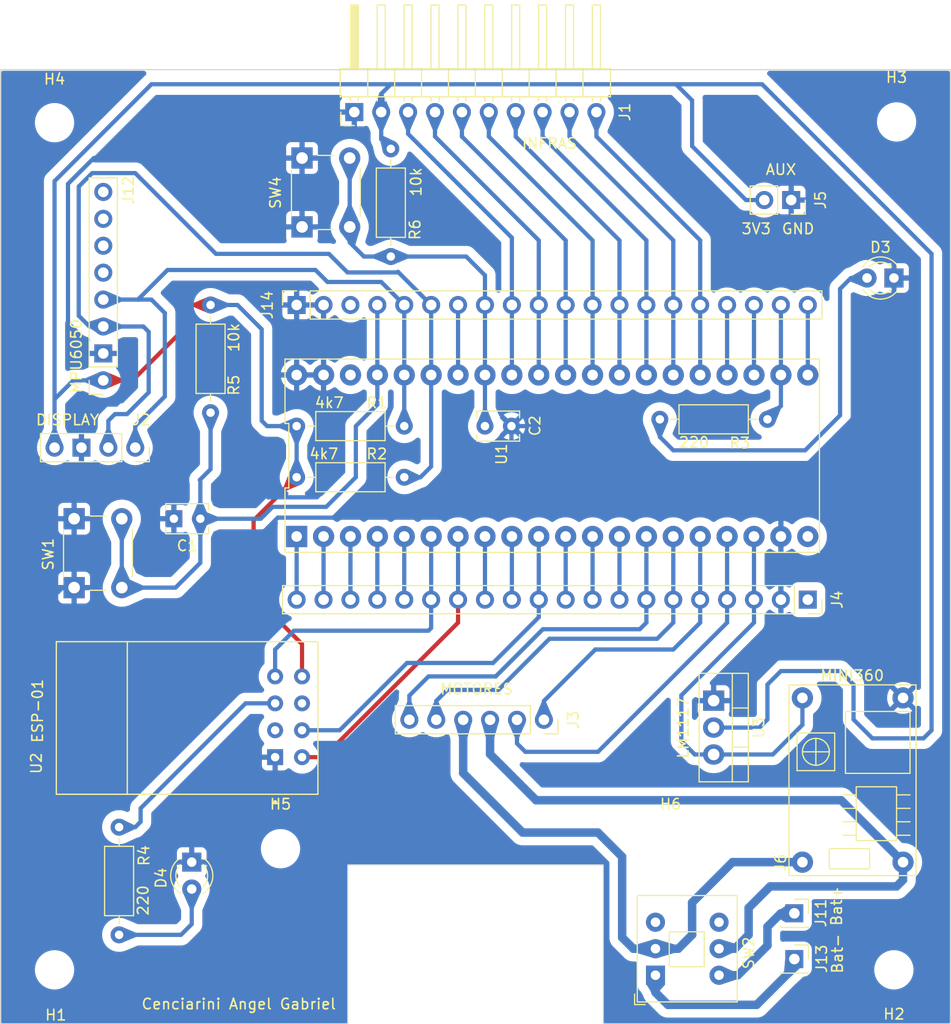
<source format=kicad_pcb>
(kicad_pcb (version 20240108) (generator "pcbnew") (generator_version "8.0")
  (layers (0 "F.Cu" signal) (31 "B.Cu" signal) (34 "B.Paste" user) (35 "F.Paste" user) (36 "B.SilkS" user "B.Silkscreen") (37 "F.SilkS" user "F.Silkscreen") (38 "B.Mask" user) (39 "F.Mask" user) (44 "Edge.Cuts" user))
  (net 0 "")
  (net 1 "/GND")
  (net 2 "/RESET")
  (net 3 "/3v3")
  (net 4 "Net-(D3-A)")
  (net 5 "Net-(D4-A)")
  (net 6 "/I2C_SDA")
  (net 7 "/I2C_SCL")
  (net 8 "/TC2")
  (net 9 "/TC1")
  (net 10 "/VCC_BAT")
  (net 11 "/TC3")
  (net 12 "/GND_BAT")
  (net 13 "/TC4")
  (net 14 "/5V")
  (net 15 "/PA1")
  (net 16 "/PA6")
  (net 17 "/PA3")
  (net 22 "Net-(U2-GPIO0)")
  (net 24 "Net-(J11-Pin_1)")
  (net 25 "Net-(J13-Pin_1)")
  (net 27 "/PA4")
  (net 28 "/PB5")
  (net 29 "/PB0")
  (net 30 "/PB4")
  (net 31 "/PB3")
  (net 32 "/PB14")
  (net 33 "/PA8")
  (net 34 "/PB1")
  (net 35 "/PB13")
  (net 36 "/USART_RX")
  (net 37 "/PB12")
  (net 38 "/ESP01_CE")
  (net 39 "/PB15")
  (net 40 "/USART_TX")
  (net 43 "/PA5")
  (net 44 "/PA0")
  (net 45 "/PA7")
  (net 46 "/PA2")
  (net 48 "/PA12")
  (net 49 "/PA11")
  (net 50 "/VBAT_bp")
  (net 51 "/PC13")
  (net 52 "/PC14")
  (net 53 "/PC15")
  (footprint "LED_THT:LED_D3.0mm" (layer "F.Cu") (at 134.112 136.647 -90)
    (property "Reference" "D4")
    (property "Value" "LED")
  )
  (footprint "MountingHole:MountingHole_3.2mm_M3" (layer "F.Cu") (at 121.158 146.812)
    (property "Reference" "H1")
    (property "Value" "MountingHole")
  )
  (footprint "Resistor_THT:R_Axial_DIN0207_L6.3mm_D2.5mm_P10.16mm_Horizontal" (layer "F.Cu") (at 152.908 69.342 -90)
    (property "Reference" "R6")
    (property "Value" "10k")
  )
  (footprint "Package_TO_SOT_THT:TO-220-3_Vertical" (layer "F.Cu") (at 183.388 121.412 -90)
    (property "Reference" "U3")
    (property "Value" "LM1117T-3.3")
  )
  (footprint "Connector_PinSocket_2.54mm:PinSocket_1x20_P2.54mm_Vertical" (layer "F.Cu") (at 144.018 84.074 90)
    (property "Reference" "J14")
    (property "Value" "Conn_01x20")
  )
  (footprint "Connector_PinSocket_2.54mm:PinSocket_1x20_P2.54mm_Vertical" (layer "F.Cu") (at 192.278 111.882 -90)
    (property "Reference" "J4")
    (property "Value" "Conn_01x20")
  )
  (footprint "Gabriel:MINI360Module" (layer "F.Cu") (at 191.77 136.652 90)
    (property "Reference" "J6")
    (property "Value" "Conn_02x02_Counter_Clockwise")
  )
  (footprint "Resistor_THT:R_Axial_DIN0207_L6.3mm_D2.5mm_P10.16mm_Horizontal" (layer "F.Cu") (at 135.89 84.074 -90)
    (property "Reference" "R5")
    (property "Value" "10k")
  )
  (footprint "MountingHole:MountingHole_3.2mm_M3" (layer "F.Cu") (at 142.494 135.382)
    (property "Reference" "H5")
    (property "Value" "MountingHole")
  )
  (footprint "Connector_PinHeader_2.54mm:PinHeader_1x10_P2.54mm_Horizontal" (layer "F.Cu") (at 149.46 65.87 90)
    (property "Reference" "J1")
    (property "Value" "INFRAS")
  )
  (footprint "Connector_PinSocket_2.54mm:PinSocket_1x02_P2.54mm_Vertical" (layer "F.Cu") (at 190.709 74.173 -90)
    (property "Reference" "J5")
    (property "Value" "Conn_01x02_Socket")
  )
  (footprint "LED_THT:LED_D3.0mm" (layer "F.Cu") (at 200.411 81.529 180)
    (property "Reference" "D3")
    (property "Value" "LED")
  )
  (footprint "Capacitor_THT:C_Disc_D3.8mm_W2.6mm_P2.50mm" (layer "F.Cu") (at 134.926 104.244 180)
    (property "Reference" "C1")
    (property "Value" "1uF")
  )
  (footprint "MountingHole:MountingHole_3.2mm_M3" (layer "F.Cu") (at 179.324 135.382)
    (property "Reference" "H6")
    (property "Value" "MountingHole")
  )
  (footprint "Gabriel:XCVR_ESP8266-01_ESP-01" (layer "F.Cu") (at 133.676 122.936 90)
    (property "Reference" "U2")
    (property "Value" "~")
  )
  (footprint "Connector_PinSocket_2.54mm:PinSocket_1x04_P2.54mm_Vertical" (layer "F.Cu") (at 128.778 97.536 -90)
    (property "Reference" "J2")
    (property "Value" "DISPLAY")
  )
  (footprint "MountingHole:MountingHole_3.2mm_M3" (layer "F.Cu") (at 200.66 66.802)
    (property "Reference" "H3")
    (property "Value" "MountingHole")
  )
  (footprint "Connector_PinSocket_2.54mm:PinSocket_1x06_P2.54mm_Vertical" (layer "F.Cu") (at 167.361 123.215 -90)
    (property "Reference" "J3")
    (property "Value" "L9110")
  )
  (footprint "Button_Switch_THT:SW_PUSH_6mm_H4.3mm" (layer "F.Cu") (at 144.526 76.708 90)
    (property "Reference" "SW4")
    (property "Value" "SW_Push")
  )
  (footprint "MountingHole:MountingHole_3.2mm_M3" (layer "F.Cu") (at 200.406 146.812)
    (property "Reference" "H2")
    (property "Value" "MountingHole")
  )
  (footprint "Button_Switch_THT:SW_Push_2P2T_Toggle_CK_PVA2xxH1xxxxxxV2" (layer "F.Cu") (at 177.896 147.32 90)
    (property "Reference" "SW2")
    (property "Value" "SW_Push_DPDT" (hide yes))
  )
  (footprint "Resistor_THT:R_Axial_DIN0207_L6.3mm_D2.5mm_P10.16mm_Horizontal" (layer "F.Cu") (at 188.468 94.864 180)
    (property "Reference" "R3")
    (property "Value" "220")
  )
  (footprint "Connector_PinSocket_2.54mm:PinSocket_1x01_P2.54mm_Vertical" (layer "F.Cu") (at 191.008 141.478)
    (property "Reference" "J11")
    (property "Value" "Bat+" (hide yes))
  )
  (footprint "Resistor_THT:R_Axial_DIN0207_L6.3mm_D2.5mm_P10.16mm_Horizontal" (layer "F.Cu") (at 144.018 100.33)
    (property "Reference" "R2")
    (property "Value" "4k7")
  )
  (footprint "Capacitor_THT:C_Disc_D3.8mm_W2.6mm_P2.50mm" (layer "F.Cu") (at 161.798 95.504)
    (property "Reference" "C2")
    (property "Value" "1uF")
  )
  (footprint "MountingHole:MountingHole_3.2mm_M3" (layer "F.Cu") (at 121.158 66.87)
    (property "Reference" "H4")
    (property "Value" "MountingHole")
  )
  (footprint "Gabriel:STM32BluePill" (layer "F.Cu") (at 168.148 98.298)
    (property "Reference" "U1")
    (property "Value" "~")
  )
  (footprint "Resistor_THT:R_Axial_DIN0207_L6.3mm_D2.5mm_P10.16mm_Horizontal" (layer "F.Cu") (at 144.018 95.504)
    (property "Reference" "R1")
    (property "Value" "4k7")
  )
  (footprint "Connector_PinSocket_2.54mm:PinSocket_1x08_P2.54mm_Vertical" (layer "F.Cu") (at 125.76 91.186 180)
    (property "Reference" "J12")
    (property "Value" "MPU6050")
  )
  (footprint "Connector_PinSocket_2.54mm:PinSocket_1x01_P2.54mm_Vertical" (layer "F.Cu") (at 191.008 145.796)
    (property "Reference" "J13")
    (property "Value" "Bat-")
  )
  (footprint "Button_Switch_THT:SW_PUSH_6mm_H4.3mm" (layer "F.Cu") (at 123.008 110.744 90)
    (property "Reference" "SW1")
    (property "Value" "SW_Push" (hide yes))
  )
  (footprint "Resistor_THT:R_Axial_DIN0207_L6.3mm_D2.5mm_P10.16mm_Horizontal" (layer "F.Cu") (at 127.254 143.51 90)
    (property "Reference" "R4")
    (property "Value" "220")
  )
  (gr_poly (pts (xy 205.74 151.892) (xy 205.74 61.87) (xy 116.078 61.87) (xy 116.078 151.892) (xy 148.844 151.892) (xy 148.844 136.906) (xy 172.974 136.906) (xy 172.974 151.892)) (stroke (width 0.1)) (fill none) (layer "Edge.Cuts"))
  (gr_text "LM1117" (at 181.102 126.957953 90) (layer "F.SilkS") (effects (font (size 1 1)) (justify left bottom)))
  (gr_text "AUX" (at 188.214 71.882 0) (layer "F.SilkS") (effects (font (size 1 1)) (justify left bottom)))
  (gr_text "3V3" (at 185.928 77.47 0) (layer "F.SilkS") (effects (font (size 1 1)) (justify left bottom)))
  (gr_text "Bat+" (at 195.58 142.748 90) (layer "F.SilkS") (effects (font (size 1 1)) (justify left bottom)))
  (gr_text "MINI360" (at 193.375001 119.634 0) (layer "F.SilkS") (effects (font (size 1 1)) (justify left bottom)))
  (gr_text "Cenciarini Angel Gabriel" (at 129.286 150.622 0) (layer "F.SilkS") (effects (font (size 1 1)) (justify left bottom)))
  (gr_text "ESP-01" (at 120.142 125.476 90) (layer "F.SilkS") (effects (font (size 1 1)) (justify left bottom)))
  (gr_text "MOTORES" (at 157.482429 120.904 0) (layer "F.SilkS") (effects (font (size 1 1)) (justify left bottom)))
  (gr_text "GND" (at 189.738 77.47 0) (layer "F.SilkS") (effects (font (size 1 1)) (justify left bottom)))
  (segment (start 146.558 101.6) (end 145.934 102.224) (width 0.4) (layer "B.Cu") (net 1))
  (segment (start 132.842 98.044) (end 129.794 101.092) (width 0.4) (layer "B.Cu") (net 1))
  (segment (start 195.077 74.173) (end 190.709 74.173) (width 0.4) (layer "B.Cu") (net 1))
  (segment (start 189.738 105.918) (end 189.738 111.882) (width 0.4) (layer "B.Cu") (net 1))
  (segment (start 123.698 99.314) (end 123.698 97.536) (width 0.4) (layer "B.Cu") (net 1))
  (segment (start 122.428 72.644) (end 122.428 87.63) (width 0.4) (layer "B.Cu") (net 1))
  (segment (start 189.738 114.554) (end 189.738 111.882) (width 0.4) (layer "B.Cu") (net 1))
  (segment (start 123.698 101.092) (end 123.008 101.782) (width 0.4) (layer "B.Cu") (net 1))
  (segment (start 127.508 101.092) (end 123.698 101.092) (width 0.4) (layer "B.Cu") (net 1))
  (segment (start 144.018 84.074) (end 146.558 84.074) (width 0.4) (layer "B.Cu") (net 1))
  (segment (start 123.008 110.744) (end 123.008 104.244) (width 0.4) (layer "B.Cu") (net 1))
  (segment (start 134.874 90.17) (end 132.842 92.202) (width 0.4) (layer "B.Cu") (net 1))
  (segment (start 123.698 97.536) (end 123.698 95.758) (width 0.4) (layer "B.Cu") (net 1))
  (segment (start 132.426 101.946) (end 131.572 101.092) (width 0.4) (layer "B.Cu") (net 1))
  (segment (start 144.018 84.074) (end 144.018 90.678) (width 0.4) (layer "B.Cu") (net 1))
  (segment (start 127 93.472) (end 128.524 91.948) (width 0.4) (layer "B.Cu") (net 1))
  (segment (start 144.526 70.208) (end 144.526 68.326) (width 0.4) (layer "B.Cu") (net 1))
  (segment (start 131.572 101.092) (end 129.794 101.092) (width 0.4) (layer "B.Cu") (net 1))
  (segment (start 134.112 136.647) (end 121.915 136.647) (width 0.4) (layer "B.Cu") (net 1))
  (segment (start 144.526 70.208) (end 124.864 70.208) (width 0.4) (layer "B.Cu") (net 1))
  (segment (start 157.48 104.14) (end 142.24 104.14) (width 0.4) (layer "B.Cu") (net 1))
  (segment (start 129.794 101.092) (end 127.508 101.092) (width 0.4) (layer "B.Cu") (net 1))
  (segment (start 127.508 101.092) (end 125.476 101.092) (width 0.4) (layer "B.Cu") (net 1))
  (segment (start 128.524 88.9) (end 128.27 88.646) (width 0.4) (layer "B.Cu") (net 1))
  (segment (start 133.096 113.284) (end 121.92 113.284) (width 0.4) (layer "B.Cu") (net 1))
  (segment (start 132.842 92.202) (end 132.842 98.044) (width 0.4) (layer "B.Cu") (net 1))
  (segment (start 125.476 101.092) (end 123.698 99.314) (width 0.4) (layer "B.Cu") (net 1))
  (segment (start 200.411 79.507) (end 195.077 74.173) (width 0.4) (layer "B.Cu") (net 1))
  (segment (start 125.984 93.472) (end 127 93.472) (width 0.4) (layer "B.Cu") (net 1))
  (segment (start 189.738 114.554) (end 191.262 116.078) (width 0.4) (layer "B.Cu") (net 1))
  (segment (start 141.378416 102.224) (end 141.359208 102.243208) (width 0.4) (layer "B.Cu") (net 1))
  (segment (start 146.982 65.87) (end 149.46 65.87) (width 0.4) (layer "B.Cu") (net 1))
  (segment (start 132.426 104.244) (end 132.426 101.946) (width 0.4) (layer "B.Cu") (net 1))
  (segment (start 164.298 95.504) (end 164.298 97.322) (width 0.4) (layer "B.Cu") (net 1))
  (segment (start 145.934 102.224) (end 141.378416 102.224) (width 0.4) (layer "B.Cu") (net 1))
  (segment (start 191.77 99.568) (end 200.411 90.927) (width 0.4) (layer "B.Cu") (net 1))
  (segment (start 136.652 90.17) (end 134.874 90.17) (width 0.4) (layer "B.Cu") (net 1))
  (segment (start 196.196 116.078) (end 201.27 121.152) (width 0.4) (layer "B.Cu") (net 1))
  (segment (start 138.684 92.202) (end 136.652 90.17) (width 0.4) (layer "B.Cu") (net 1))
  (segment (start 121.915 136.647) (end 119.888 134.62) (width 0.4) (layer "B.Cu") (net 1))
  (segment (start 173.736 95.504) (end 177.8 99.568) (width 0.4) (layer "B.Cu") (net 1))
  (segment (start 123.698 95.758) (end 125.984 93.472) (width 0.4) (layer "B.Cu") (net 1))
  (segment (start 141.359208 102.243208) (end 138.684 99.568) (width 0.4) (layer "B.Cu") (net 1))
  (segment (start 128.524 91.948) (end 128.524 88.9) (width 0.4) (layer "B.Cu") (net 1))
  (segment (start 185.42 121.412) (end 189.738 117.094) (width 0.4) (layer "B.Cu") (net 1))
  (segment (start 189.738 105.918) (end 189.738 101.6) (width 0.4) (layer "B.Cu") (net 1))
  (segment (start 164.298 95.504) (end 173.736 95.504) (width 0.4) (layer "B.Cu") (net 1))
  (segment (start 144.526 68.326) (end 146.982 65.87) (width 0.4) (layer "B.Cu") (net 1))
  (segment (start 122.428 87.63) (end 123.444 88.646) (width 0.4) (layer "B.Cu") (net 1))
  (segment (start 119.888 112.776) (end 119.888 115.316) (width 0.4) (layer "B.Cu") (net 1))
  (segment (start 134.112 130.556) (end 137.922 126.746) (width 0.4) (layer "B.Cu") (net 1))
  (segment (start 124.864 70.208) (end 122.428 72.644) (width 0.4) (layer "B.Cu") (net 1))
  (segment (start 191.262 116.078) (end 196.196 116.078) (width 0.4) (layer "B.Cu") (net 1))
  (segment (start 200.411 90.927) (end 200.411 81.529) (width 0.4) (layer "B.Cu") (net 1))
  (segment (start 137.922 126.746) (end 141.986 126.746) (width 0.4) (layer "B.Cu") (net 1))
  (segment (start 189.738 101.6) (end 191.77 99.568) (width 0.4) (layer "B.Cu") (net 1))
  (segment (start 183.388 121.412) (end 185.42 121.412) (width 0.4) (layer "B.Cu") (net 1))
  (segment (start 123.008 101.782) (end 123.008 104.244) (width 0.4) (layer "B.Cu") (net 1))
  (segment (start 189.738 117.094) (end 189.738 114.554) (width 0.4) (layer "B.Cu") (net 1))
  (segment (start 164.298 97.322) (end 157.48 104.14) (width 0.4) (layer "B.Cu") (net 1))
  (segment (start 144.526 76.708) (end 144.526 70.208) (width 0.4) (layer "B.Cu") (net 1))
  (segment (start 177.8 99.568) (end 191.77 99.568) (width 0.4) (layer "B.Cu") (net 1))
  (segment (start 119.888 115.316) (end 119.888 134.62) (width 0.4) (layer "B.Cu") (net 1))
  (segment (start 146.558 90.678) (end 146.558 101.6) (width 0.4) (layer "B.Cu") (net 1))
  (segment (start 146.558 84.074) (end 146.558 90.678) (width 0.4) (layer "B.Cu") (net 1))
  (segment (start 123.008 110.744) (end 121.92 110.744) (width 0.4) (layer "B.Cu") (net 1))
  (segment (start 121.92 110.744) (end 119.888 112.776) (width 0.4) (layer "B.Cu") (net 1))
  (segment (start 138.684 99.568) (end 138.684 92.202) (width 0.4) (layer "B.Cu") (net 1))
  (segment (start 121.92 113.284) (end 119.888 115.316) (width 0.4) (layer "B.Cu") (net 1))
  (segment (start 128.27 88.646) (end 125.76 88.646) (width 0.4) (layer "B.Cu") (net 1))
  (segment (start 123.444 88.646) (end 125.76 88.646) (width 0.4) (layer "B.Cu") (net 1))
  (segment (start 134.112 136.647) (end 134.112 130.556) (width 0.4) (layer "B.Cu") (net 1))
  (segment (start 200.411 81.529) (end 200.411 79.507) (width 0.4) (layer "B.Cu") (net 1))
  (segment (start 142.24 104.14) (end 133.096 113.284) (width 0.4) (layer "B.Cu") (net 1))
  (segment (start 135.89 99.568) (end 134.874 100.584) (width 0.4) (layer "B.Cu") (net 2))
  (segment (start 149.606 95.504) (end 151.638 93.472) (width 0.4) (layer "B.Cu") (net 2))
  (segment (start 127.508 104.244) (end 127.508 110.744) (width 0.4) (layer "B.Cu") (net 2))
  (segment (start 151.638 93.472) (end 151.638 90.678) (width 0.4) (layer "B.Cu") (net 2))
  (segment (start 141.751208 103.124) (end 146.812 103.124) (width 0.4) (layer "B.Cu") (net 2))
  (segment (start 149.606 100.33) (end 149.606 95.504) (width 0.4) (layer "B.Cu") (net 2))
  (segment (start 140.631208 104.244) (end 141.751208 103.124) (width 0.4) (layer "B.Cu") (net 2))
  (segment (start 134.926 100.636) (end 134.926 104.244) (width 0.4) (layer "B.Cu") (net 2))
  (segment (start 132.588 110.744) (end 134.926 108.406) (width 0.4) (layer "B.Cu") (net 2))
  (segment (start 134.874 100.584) (end 134.926 100.636) (width 0.4) (layer "B.Cu") (net 2))
  (segment (start 146.812 103.124) (end 149.606 100.33) (width 0.4) (layer "B.Cu") (net 2))
  (segment (start 127.508 110.744) (end 132.588 110.744) (width 0.4) (layer "B.Cu") (net 2))
  (segment (start 151.638 84.074) (end 151.638 90.678) (width 0.4) (layer "B.Cu") (net 2))
  (segment (start 134.926 108.406) (end 134.926 104.244) (width 0.4) (layer "B.Cu") (net 2))
  (segment (start 135.89 94.234) (end 135.89 99.568) (width 0.4) (layer "B.Cu") (net 2))
  (segment (start 134.926 104.244) (end 140.631208 104.244) (width 0.4) (layer "B.Cu") (net 2))
  (segment (start 132.842 85.344) (end 134.112 84.074) (width 0.4) (layer "F.Cu") (net 3))
  (segment (start 132.842 86.868) (end 132.842 85.344) (width 0.4) (layer "F.Cu") (net 3))
  (segment (start 128.524 91.186) (end 125.76 91.186) (width 0.4) (layer "F.Cu") (net 3))
  (segment (start 134.112 84.074) (end 135.89 84.074) (width 0.4) (layer "F.Cu") (net 3))
  (segment (start 128.524 91.186) (end 132.842 86.868) (width 0.4) (layer "F.Cu") (net 3))
  (segment (start 144.526 116.078) (end 144.526 119.126) (width 0.4) (layer "F.Cu") (net 3))
  (segment (start 144.018 100.33) (end 139.954 104.394) (width 0.4) (layer "F.Cu") (net 3))
  (segment (start 139.954 111.506) (end 144.526 116.078) (width 0.4) (layer "F.Cu") (net 3))
  (segment (start 139.954 104.394) (end 139.954 111.506) (width 0.4) (layer "F.Cu") (net 3))
  (segment (start 152.908 63.246) (end 153.162 63.246) (width 0.4) (layer "B.Cu") (net 3))
  (segment (start 188.169 74.173) (end 186.441 74.173) (width 0.4) (layer "B.Cu") (net 3))
  (segment (start 181.356 69.088) (end 181.356 64.77) (width 0.4) (layer "B.Cu") (net 3))
  (segment (start 181.356 64.77) (end 179.832 63.246) (width 0.4) (layer "B.Cu") (net 3))
  (segment (start 130.302 63.246) (end 153.162 63.246) (width 0.4) (layer "B.Cu") (net 3))
  (segment (start 152 65.87) (end 152 64.154) (width 0.4) (layer "B.Cu") (net 3))
  (segment (start 186.441 74.173) (end 181.356 69.088) (width 0.4) (layer "B.Cu") (net 3))
  (segment (start 121.158 72.39) (end 130.302 63.246) (width 0.4) (layer "B.Cu") (net 3))
  (segment (start 135.89 84.074) (end 138.43 84.074) (width 0.4) (layer "B.Cu") (net 3))
  (segment (start 121.158 92.964) (end 122.936 91.186) (width 0.4) (layer "B.Cu") (net 3))
  (segment (start 203.962 79.248) (end 203.962 124.206) (width 0.4) (layer "B.Cu") (net 3))
  (segment (start 140.716 86.36) (end 140.716 94.996) (width 0.4) (layer "B.Cu") (net 3))
  (segment (start 121.158 97.536) (end 121.158 92.964) (width 0.4) (layer "B.Cu") (net 3))
  (segment (start 188.468 123.19) (end 187.706 123.952) (width 0.4) (layer "B.Cu") (net 3))
  (segment (start 187.96 63.246) (end 203.962 79.248) (width 0.4) (layer "B.Cu") (net 3))
  (segment (start 140.716 94.996) (end 141.224 95.504) (width 0.4) (layer "B.Cu") (net 3))
  (segment (start 188.468 119.888) (end 188.468 123.19) (width 0.4) (layer "B.Cu") (net 3))
  (segment (start 138.43 84.074) (end 140.716 86.36) (width 0.4) (layer "B.Cu") (net 3))
  (segment (start 152.908 69.342) (end 152 68.434) (width 0.4) (layer "B.Cu") (net 3))
  (segment (start 198.374 124.968) (end 196.596 123.19) (width 0.4) (layer "B.Cu") (net 3))
  (segment (start 187.706 123.952) (end 183.388 123.952) (width 0.4) (layer "B.Cu") (net 3))
  (segment (start 152 64.154) (end 152.908 63.246) (width 0.4) (layer "B.Cu") (net 3))
  (segment (start 121.158 92.964) (end 121.158 72.39) (width 0.4) (layer "B.Cu") (net 3))
  (segment (start 195.326 118.618) (end 189.738 118.618) (width 0.4) (layer "B.Cu") (net 3))
  (segment (start 153.162 63.246) (end 179.832 63.246) (width 0.4) (layer "B.Cu") (net 3))
  (segment (start 189.738 118.618) (end 188.468 119.888) (width 0.4) (layer "B.Cu") (net 3))
  (segment (start 141.224 95.504) (end 144.018 95.504) (width 0.4) (layer "B.Cu") (net 3))
  (segment (start 144.018 100.33) (end 144.018 95.504) (width 0.4) (layer "B.Cu") (net 3))
  (segment (start 203.2 124.968) (end 198.374 124.968) (width 0.4) (layer "B.Cu") (net 3))
  (segment (start 122.936 91.186) (end 125.76 91.186) (width 0.4) (layer "B.Cu") (net 3))
  (segment (start 196.596 123.19) (end 196.596 119.888) (width 0.4) (layer "B.Cu") (net 3))
  (segment (start 179.832 63.246) (end 187.96 63.246) (width 0.4) (layer "B.Cu") (net 3))
  (segment (start 196.596 119.888) (end 195.326 118.618) (width 0.4) (layer "B.Cu") (net 3))
  (segment (start 203.962 124.206) (end 203.2 124.968) (width 0.4) (layer "B.Cu") (net 3))
  (segment (start 152 68.434) (end 152 65.87) (width 0.4) (layer "B.Cu") (net 3))
  (segment (start 195.326 82.55) (end 196.347 81.529) (width 0.4) (layer "B.Cu") (net 4))
  (segment (start 192.024 97.79) (end 195.326 94.488) (width 0.4) (layer "B.Cu") (net 4))
  (segment (start 178.308 96.52) (end 179.578 97.79) (width 0.4) (layer "B.Cu") (net 4))
  (segment (start 178.308 96.52) (end 178.308 94.864) (width 0.4) (layer "B.Cu") (net 4))
  (segment (start 196.347 81.529) (end 197.871 81.529) (width 0.4) (layer "B.Cu") (net 4))
  (segment (start 179.578 97.79) (end 192.024 97.79) (width 0.4) (layer "B.Cu") (net 4))
  (segment (start 195.326 94.488) (end 195.326 82.55) (width 0.4) (layer "B.Cu") (net 4))
  (segment (start 134.112 139.187) (end 134.112 142.494) (width 0.4) (layer "B.Cu") (net 5))
  (segment (start 133.096 143.51) (end 127.254 143.51) (width 0.4) (layer "B.Cu") (net 5))
  (segment (start 134.112 142.494) (end 133.096 143.51) (width 0.4) (layer "B.Cu") (net 5))
  (segment (start 154.178 84.074) (end 152.006 81.902) (width 0.4) (layer "B.Cu") (net 6))
  (segment (start 128.778 97.536) (end 128.778 95.504) (width 0.4) (layer "B.Cu") (net 6))
  (segment (start 131.572 84.836) (end 130.302 83.566) (width 0.4) (layer "B.Cu") (net 6))
  (segment (start 146.926 81.902) (end 145.796 80.772) (width 0.4) (layer "B.Cu") (net 6))
  (segment (start 145.796 80.772) (end 131.826 80.772) (width 0.4) (layer "B.Cu") (net 6))
  (segment (start 128.778 95.504) (end 131.572 92.71) (width 0.4) (layer "B.Cu") (net 6))
  (segment (start 130.302 83.566) (end 129.032 83.566) (width 0.4) (layer "B.Cu") (net 6))
  (segment (start 129.032 83.566) (end 125.76 83.566) (width 0.4) (layer "B.Cu") (net 6))
  (segment (start 131.572 92.71) (end 131.572 84.836) (width 0.4) (layer "B.Cu") (net 6))
  (segment (start 154.178 90.678) (end 154.178 84.074) (width 0.4) (layer "B.Cu") (net 6))
  (segment (start 154.178 95.504) (end 154.178 90.678) (width 0.4) (layer "B.Cu") (net 6))
  (segment (start 131.826 80.772) (end 129.032 83.566) (width 0.4) (layer "B.Cu") (net 6))
  (segment (start 152.006 81.902) (end 146.926 81.902) (width 0.4) (layer "B.Cu") (net 6))
  (segment (start 130.048 86.614) (end 129.54 86.106) (width 0.4) (layer "B.Cu") (net 7))
  (segment (start 123.444 72.900792) (end 123.444 85.09) (width 0.4) (layer "B.Cu") (net 7))
  (segment (start 156.718 84.074) (end 156.718 90.678) (width 0.4) (layer "B.Cu") (net 7))
  (segment (start 136.398 79.248) (end 128.778 71.628) (width 0.4) (layer "B.Cu") (net 7))
  (segment (start 155.702 100.33) (end 156.718 99.314) (width 0.4) (layer "B.Cu") (net 7))
  (segment (start 128.005 94.372) (end 130.048 92.329) (width 0.4) (layer "B.Cu") (net 7))
  (segment (start 126.238 94.996) (end 126.862 94.372) (width 0.4) (layer "B.Cu") (net 7))
  (segment (start 124.46 86.106) (end 125.76 86.106) (width 0.4) (layer "B.Cu") (net 7))
  (segment (start 148.82 81.002) (end 147.066 79.248) (width 0.4) (layer "B.Cu") (net 7))
  (segment (start 128.778 71.628) (end 124.716792 71.628) (width 0.4) (layer "B.Cu") (net 7))
  (segment (start 153.58766 80.94366) (end 153.529321 81.002) (width 0.4) (layer "B.Cu") (net 7))
  (segment (start 156.718 84.074) (end 153.58766 80.94366) (width 0.4) (layer "B.Cu") (net 7))
  (segment (start 126.862 94.372) (end 128.005 94.372) (width 0.4) (layer "B.Cu") (net 7))
  (segment (start 156.718 99.314) (end 156.718 90.678) (width 0.4) (layer "B.Cu") (net 7))
  (segment (start 123.444 85.09) (end 124.46 86.106) (width 0.4) (layer "B.Cu") (net 7))
  (segment (start 124.716792 71.628) (end 123.444 72.900792) (width 0.4) (layer "B.Cu") (net 7))
  (segment (start 153.529321 81.002) (end 148.82 81.002) (width 0.4) (layer "B.Cu") (net 7))
  (segment (start 130.048 92.329) (end 130.048 86.614) (width 0.4) (layer "B.Cu") (net 7))
  (segment (start 126.238 97.536) (end 126.238 94.996) (width 0.4) (layer "B.Cu") (net 7))
  (segment (start 147.066 79.248) (end 136.398 79.248) (width 0.4) (layer "B.Cu") (net 7))
  (segment (start 129.54 86.106) (end 125.76 86.106) (width 0.4) (layer "B.Cu") (net 7))
  (segment (start 154.178 100.33) (end 155.702 100.33) (width 0.4) (layer "B.Cu") (net 7))
  (segment (start 157.201 121.437) (end 157.201 123.215) (width 0.4) (layer "B.Cu") (net 8))
  (segment (start 163.068 120.396) (end 158.242 120.396) (width 0.4) (layer "B.Cu") (net 8))
  (segment (start 178.054 115.57) (end 167.894 115.57) (width 0.4) (layer "B.Cu") (net 8))
  (segment (start 167.894 115.57) (end 163.068 120.396) (width 0.4) (layer "B.Cu") (net 8))
  (segment (start 158.242 120.396) (end 157.201 121.437) (width 0.4) (layer "B.Cu") (net 8))
  (segment (start 179.578 114.046) (end 178.054 115.57) (width 0.4) (layer "B.Cu") (net 8))
  (segment (start 179.578 105.918) (end 179.578 111.882) (width 0.4) (layer "B.Cu") (net 8))
  (segment (start 179.578 111.882) (end 179.578 114.046) (width 0.4) (layer "B.Cu") (net 8))
  (segment (start 162.814 119.126) (end 156.464 119.126) (width 0.4) (layer "B.Cu") (net 9))
  (segment (start 177.038 114.046) (end 176.414 114.67) (width 0.4) (layer "B.Cu") (net 9))
  (segment (start 176.414 114.67) (end 167.27 114.67) (width 0.4) (layer "B.Cu") (net 9))
  (segment (start 177.038 105.918) (end 177.038 111.882) (width 0.4) (layer "B.Cu") (net 9))
  (segment (start 154.661 120.929) (end 154.661 123.215) (width 0.4) (layer "B.Cu") (net 9))
  (segment (start 167.27 114.67) (end 162.814 119.126) (width 0.4) (layer "B.Cu") (net 9))
  (segment (start 177.038 111.882) (end 177.038 114.046) (width 0.4) (layer "B.Cu") (net 9))
  (segment (start 156.464 119.126) (end 154.661 120.929) (width 0.4) (layer "B.Cu") (net 9))
  (segment (start 195.428 130.81) (end 201.27 136.652) (width 0.8) (layer "B.Cu") (net 10))
  (segment (start 186.69 143.51) (end 186.69 140.97) (width 0.8) (layer "B.Cu") (net 10))
  (segment (start 162.281 126.467) (end 166.624 130.81) (width 0.8) (layer "B.Cu") (net 10))
  (segment (start 166.624 130.81) (end 195.428 130.81) (width 0.8) (layer "B.Cu") (net 10))
  (segment (start 201.27 138.328) (end 201.27 136.652) (width 0.8) (layer "B.Cu") (net 10))
  (segment (start 186.69 140.97) (end 188.722 138.938) (width 0.8) (layer "B.Cu") (net 10))
  (segment (start 185.38 144.82) (end 186.69 143.51) (width 0.8) (layer "B.Cu") (net 10))
  (segment (start 162.281 123.215) (end 162.281 126.467) (width 0.8) (layer "B.Cu") (net 10))
  (segment (start 183.896 144.82) (end 185.38 144.82) (width 0.8) (layer "B.Cu") (net 10))
  (segment (start 200.66 138.938) (end 201.27 138.328) (width 0.8) (layer "B.Cu") (net 10))
  (segment (start 188.722 138.938) (end 200.66 138.938) (width 0.8) (layer "B.Cu") (net 10))
  (segment (start 179.578 116.586) (end 182.118 114.046) (width 0.4) (layer "B.Cu") (net 11))
  (segment (start 167.361 121.437) (end 172.212 116.586) (width 0.4) (layer "B.Cu") (net 11))
  (segment (start 182.118 114.046) (end 182.118 111.882) (width 0.4) (layer "B.Cu") (net 11))
  (segment (start 172.212 116.586) (end 179.578 116.586) (width 0.4) (layer "B.Cu") (net 11))
  (segment (start 182.118 105.918) (end 182.118 111.882) (width 0.4) (layer "B.Cu") (net 11))
  (segment (start 167.361 123.215) (end 167.361 121.437) (width 0.4) (layer "B.Cu") (net 11))
  (segment (start 185.166 136.652) (end 191.77 136.652) (width 0.8) (layer "B.Cu") (net 12))
  (segment (start 159.741 128.245) (end 165.354 133.858) (width 0.8) (layer "B.Cu") (net 12))
  (segment (start 159.741 123.215) (end 159.741 128.245) (width 0.8) (layer "B.Cu") (net 12))
  (segment (start 181.356 140.462) (end 185.166 136.652) (width 0.8) (layer "B.Cu") (net 12))
  (segment (start 165.354 133.858) (end 172.466 133.858) (width 0.8) (layer "B.Cu") (net 12))
  (segment (start 177.896 144.82) (end 180.046 144.82) (width 0.8) (layer "B.Cu") (net 12))
  (segment (start 175.808 144.82) (end 177.896 144.82) (width 0.8) (layer "B.Cu") (net 12))
  (segment (start 181.356 143.51) (end 181.356 140.462) (width 0.8) (layer "B.Cu") (net 12))
  (segment (start 172.466 133.858) (end 174.752 136.144) (width 0.8) (layer "B.Cu") (net 12))
  (segment (start 174.752 143.764) (end 175.808 144.82) (width 0.8) (layer "B.Cu") (net 12))
  (segment (start 180.046 144.82) (end 181.356 143.51) (width 0.8) (layer "B.Cu") (net 12))
  (segment (start 174.752 136.144) (end 174.752 143.764) (width 0.8) (layer "B.Cu") (net 12))
  (segment (start 165.608 126.238) (end 164.821 125.451) (width 0.4) (layer "B.Cu") (net 13))
  (segment (start 184.658 114.046) (end 172.466 126.238) (width 0.4) (layer "B.Cu") (net 13))
  (segment (start 172.466 126.238) (end 165.608 126.238) (width 0.4) (layer "B.Cu") (net 13))
  (segment (start 184.658 111.882) (end 184.658 114.046) (width 0.4) (layer "B.Cu") (net 13))
  (segment (start 184.658 105.918) (end 184.658 111.882) (width 0.4) (layer "B.Cu") (net 13))
  (segment (start 164.821 125.451) (end 164.821 123.215) (width 0.4) (layer "B.Cu") (net 13))
  (segment (start 188.976 126.492) (end 191.77 123.698) (width 0.4) (layer "B.Cu") (net 14))
  (segment (start 183.388 126.492) (end 181.61 126.492) (width 0.4) (layer "B.Cu") (net 14))
  (segment (start 180.34 125.222) (end 180.34 120.904) (width 0.4) (layer "B.Cu") (net 14))
  (segment (start 180.34 120.904) (end 187.198 114.046) (width 0.4) (layer "B.Cu") (net 14))
  (segment (start 187.198 105.918) (end 187.198 111.882) (width 0.4) (layer "B.Cu") (net 14))
  (segment (start 183.388 126.492) (end 188.976 126.492) (width 0.4) (layer "B.Cu") (net 14))
  (segment (start 191.77 123.698) (end 191.77 121.152) (width 0.4) (layer "B.Cu") (net 14))
  (segment (start 187.198 114.046) (end 187.198 111.882) (width 0.4) (layer "B.Cu") (net 14))
  (segment (start 181.61 126.492) (end 180.34 125.222) (width 0.4) (layer "B.Cu") (net 14))
  (segment (start 179.578 84.074) (end 179.578 90.678) (width 0.4) (layer "B.Cu") (net 15))
  (segment (start 169.78 68.18) (end 179.578 77.978) (width 0.4) (layer "B.Cu") (net 15))
  (segment (start 169.78 65.87) (end 169.78 68.18) (width 0.4) (layer "B.Cu") (net 15))
  (segment (start 179.578 77.978) (end 179.578 84.074) (width 0.4) (layer "B.Cu") (net 15))
  (segment (start 166.878 77.978) (end 166.878 84.074) (width 0.4) (layer "B.Cu") (net 16))
  (segment (start 166.878 84.074) (end 166.878 90.678) (width 0.4) (layer "B.Cu") (net 16))
  (segment (start 157.08 68.18) (end 166.878 77.978) (width 0.4) (layer "B.Cu") (net 16))
  (segment (start 157.08 65.87) (end 157.08 68.18) (width 0.4) (layer "B.Cu") (net 16))
  (segment (start 174.498 77.978) (end 174.498 84.074) (width 0.4) (layer "B.Cu") (net 17))
  (segment (start 164.7 65.87) (end 164.7 68.18) (width 0.4) (layer "B.Cu") (net 17))
  (segment (start 174.498 84.074) (end 174.498 90.678) (width 0.4) (layer "B.Cu") (net 17))
  (segment (start 164.7 68.18) (end 174.498 77.978) (width 0.4) (layer "B.Cu") (net 17))
  (segment (start 139.192 121.666) (end 141.986 121.666) (width 0.4) (layer "B.Cu") (net 22))
  (segment (start 127.254 133.35) (end 128.778 133.35) (width 0.4) (layer "B.Cu") (net 22))
  (segment (start 129.286 132.842) (end 129.286 131.572) (width 0.4) (layer "B.Cu") (net 22))
  (segment (start 128.778 133.35) (end 129.286 132.842) (width 0.4) (layer "B.Cu") (net 22))
  (segment (start 129.286 131.572) (end 139.192 121.666) (width 0.4) (layer "B.Cu") (net 22))
  (segment (start 188.468 142.748) (end 189.738 141.478) (width 0.8) (layer "B.Cu") (net 24))
  (segment (start 189.738 141.478) (end 191.008 141.478) (width 0.8) (layer "B.Cu") (net 24))
  (segment (start 183.896 147.32) (end 185.674 147.32) (width 0.8) (layer "B.Cu") (net 24))
  (segment (start 188.468 144.526) (end 188.468 142.748) (width 0.8) (layer "B.Cu") (net 24))
  (segment (start 185.674 147.32) (end 188.468 144.526) (width 0.8) (layer "B.Cu") (net 24))
  (segment (start 187.452 150.114) (end 179.07 150.114) (width 0.8) (layer "B.Cu") (net 25))
  (segment (start 177.896 148.94) (end 177.896 147.32) (width 0.8) (layer "B.Cu") (net 25))
  (segment (start 179.07 150.114) (end 177.896 148.94) (width 0.8) (layer "B.Cu") (net 25))
  (segment (start 191.008 145.796) (end 191.008 146.558) (width 0.8) (layer "B.Cu") (net 25))
  (segment (start 191.008 146.558) (end 187.452 150.114) (width 0.8) (layer "B.Cu") (net 25))
  (segment (start 171.958 77.978) (end 171.958 84.074) (width 0.4) (layer "B.Cu") (net 27))
  (segment (start 171.958 84.074) (end 171.958 90.678) (width 0.4) (layer "B.Cu") (net 27))
  (segment (start 162.16 65.87) (end 162.16 68.18) (width 0.4) (layer "B.Cu") (net 27))
  (segment (start 162.16 68.18) (end 171.958 77.978) (width 0.4) (layer "B.Cu") (net 27))
  (segment (start 174.498 105.918) (end 174.498 111.882) (width 0.4) (layer "B.Cu") (net 28))
  (segment (start 149.026 78.16) (end 149.026 76.708) (width 0.4) (layer "B.Cu") (net 29))
  (segment (start 161.798 81.28) (end 161.798 84.074) (width 0.4) (layer "B.Cu") (net 29))
  (segment (start 149.026 70.208) (end 149.026 76.708) (width 0.4) (layer "B.Cu") (net 29))
  (segment (start 150.368 79.502) (end 149.026 78.16) (width 0.4) (layer "B.Cu") (net 29))
  (segment (start 161.798 84.074) (end 161.798 90.678) (width 0.4) (layer "B.Cu") (net 29))
  (segment (start 152.908 79.502) (end 160.02 79.502) (width 0.4) (layer "B.Cu") (net 29))
  (segment (start 152.908 79.502) (end 150.368 79.502) (width 0.4) (layer "B.Cu") (net 29))
  (segment (start 161.798 95.504) (end 161.798 90.678) (width 0.4) (layer "B.Cu") (net 29))
  (segment (start 160.02 79.502) (end 161.798 81.28) (width 0.4) (layer "B.Cu") (net 29))
  (segment (start 171.958 105.918) (end 171.958 111.882) (width 0.4) (layer "B.Cu") (net 30))
  (segment (start 169.418 105.918) (end 169.418 111.882) (width 0.4) (layer "B.Cu") (net 31))
  (segment (start 149.098 105.918) (end 149.098 111.882) (width 0.4) (layer "B.Cu") (net 32))
  (segment (start 154.178 105.918) (end 154.178 111.882) (width 0.4) (layer "B.Cu") (net 33))
  (segment (start 159.258 84.074) (end 159.258 90.678) (width 0.4) (layer "B.Cu") (net 34))
  (segment (start 146.558 105.918) (end 146.558 111.882) (width 0.4) (layer "B.Cu") (net 35))
  (segment (start 159.258 114.046) (end 159.258 111.882) (width 0.4) (layer "F.Cu") (net 36))
  (segment (start 146.558 126.746) (end 159.258 114.046) (width 0.4) (layer "F.Cu") (net 36))
  (segment (start 144.526 126.746) (end 146.558 126.746) (width 0.4) (layer "F.Cu") (net 36))
  (segment (start 159.258 105.918) (end 159.258 111.882) (width 0.4) (layer "B.Cu") (net 36))
  (segment (start 144.018 105.918) (end 144.018 111.882) (width 0.4) (layer "B.Cu") (net 37))
  (segment (start 154.432 117.856) (end 162.56 117.856) (width 0.4) (layer "B.Cu") (net 38))
  (segment (start 166.878 113.538) (end 166.878 111.882) (width 0.4) (layer "B.Cu") (net 38))
  (segment (start 148.082 124.206) (end 154.432 117.856) (width 0.4) (layer "B.Cu") (net 38))
  (segment (start 144.526 124.206) (end 148.082 124.206) (width 0.4) (layer "B.Cu") (net 38))
  (segment (start 162.56 117.856) (end 166.878 113.538) (width 0.4) (layer "B.Cu") (net 38))
  (segment (start 166.878 105.918) (end 166.878 111.882) (width 0.4) (layer "B.Cu") (net 38))
  (segment (start 151.638 105.918) (end 151.638 111.882) (width 0.4) (layer "B.Cu") (net 39))
  (segment (start 143.764 114.808) (end 141.986 116.586) (width 0.4) (layer "B.Cu") (net 40))
  (segment (start 156.464 114.808) (end 143.764 114.808) (width 0.4) (layer "B.Cu") (net 40))
  (segment (start 156.718 111.882) (end 156.718 114.554) (width 0.4) (layer "B.Cu") (net 40))
  (segment (start 141.986 116.586) (end 141.986 119.126) (width 0.4) (layer "B.Cu") (net 40))
  (segment (start 156.718 105.918) (end 156.718 111.882) (width 0.4) (layer "B.Cu") (net 40))
  (segment (start 156.718 114.554) (end 156.464 114.808) (width 0.4) (layer "B.Cu") (net 40))
  (segment (start 169.418 77.978) (end 169.418 84.074) (width 0.4) (layer "B.Cu") (net 43))
  (segment (start 159.62 68.18) (end 169.418 77.978) (width 0.4) (layer "B.Cu") (net 43))
  (segment (start 169.418 84.074) (end 169.418 90.678) (width 0.4) (layer "B.Cu") (net 43))
  (segment (start 159.62 65.87) (end 159.62 68.18) (width 0.4) (layer "B.Cu") (net 43))
  (segment (start 172.32 65.87) (end 172.32 68.18) (width 0.4) (layer "B.Cu") (net 44))
  (segment (start 182.118 77.978) (end 182.118 84.074) (width 0.4) (layer "B.Cu") (net 44))
  (segment (start 172.32 68.18) (end 182.118 77.978) (width 0.4) (layer "B.Cu") (net 44))
  (segment (start 182.118 84.074) (end 182.118 90.678) (width 0.4) (layer "B.Cu") (net 44))
  (segment (start 154.54 65.87) (end 154.54 67.926) (width 0.4) (layer "B.Cu") (net 45))
  (segment (start 154.54 67.926) (end 164.338 77.724) (width 0.4) (layer "B.Cu") (net 45))
  (segment (start 164.338 77.724) (end 164.338 84.074) (width 0.4) (layer "B.Cu") (net 45))
  (segment (start 164.338 84.074) (end 164.338 90.678) (width 0.4) (layer "B.Cu") (net 45))
  (segment (start 167.24 65.87) (end 167.24 68.18) (width 0.4) (layer "B.Cu") (net 46))
  (segment (start 177.038 84.074) (end 177.038 90.678) (width 0.4) (layer "B.Cu") (net 46))
  (segment (start 167.24 68.18) (end 177.038 77.978) (width 0.4) (layer "B.Cu") (net 46))
  (segment (start 177.038 77.978) (end 177.038 84.074) (width 0.4) (layer "B.Cu") (net 46))
  (segment (start 164.338 105.918) (end 164.338 111.882) (width 0.4) (layer "B.Cu") (net 48))
  (segment (start 161.798 105.918) (end 161.798 111.882) (width 0.4) (layer "B.Cu") (net 49))
  (segment (start 192.278 90.678) (end 192.278 84.074) (width 0.4) (layer "B.Cu") (net 50))
  (segment (start 189.738 84.074) (end 189.738 90.678) (width 0.4) (layer "B.Cu") (net 51))
  (segment (start 189.738 90.678) (end 189.738 93.594) (width 0.4) (layer "B.Cu") (net 51))
  (segment (start 189.738 93.594) (end 188.468 94.864) (width 0.4) (layer "B.Cu") (net 51))
  (segment (start 187.198 84.074) (end 187.198 90.678) (width 0.4) (layer "B.Cu") (net 52))
  (segment (start 184.658 90.678) (end 184.658 84.074) (width 0.4) (layer "B.Cu") (net 53))
  (zone (net 1) (net_name "/GND") (layer "B.Cu") (priority 1) (connect_pads (clearance 0.8)) (min_thickness 0.5) (fill yes (thermal_gap 0.5) (thermal_bridge_width 0.5))
    (polygon (pts (xy 205.74 151.892) (xy 205.74 61.976) (xy 116.078 61.976) (xy 116.078 151.892) (xy 148.844 151.892) (xy 148.844 136.906) (xy 172.974 136.906) (xy 172.974 151.892)))
  )
)
</source>
